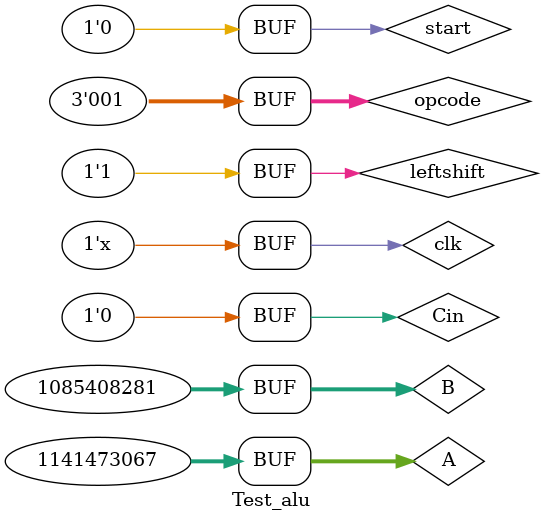
<source format=sv>
module Test_alu;
	parameter CLK_PERIOD = 2;  // 10 ns == 100 MHz
	// Inputs
    parameter WIDTH = 32;
    parameter MBITS = 23;
	reg [31:0] A;
	reg [31:0] B;
	reg Cin;
	reg [2:0] opcode; 
	// Outputs
	wire [31:0] Out;
	wire Cout;

	reg clk;
	reg clk_fast;
	reg start;
	reg busy, valid, dbz, zbz, ovf, unf;
 	reg leftshift;
	always #(CLK_PERIOD / 2) clk = ~clk;
	// Instantiate the Unit Under Test (UUT)
	FPalu uut (
		.A(A), 
		.B(B), 
		.Cin(Cin),
		.Out(Out),
		.opcode(opcode),
		.Cout(Cout),
		.unf(unf), .ovf(ovf), .zbz(zbz), .dbz(dbz), .clk(clk), .start(start), .busy(busy), .valid(valid), .clk_fast(clk_fast), .leftshift(leftshift)
	);



	initial begin
	                clk = 1;	// Initialize Inputs
	/*	A = 0;
		B = 0;
		Cin = 0;
		opcode = 0;
		//start = 1;
		// Wait 200 ns for global reset to finish
		
		leftshift = 0;
		#200;
   */
 	//	start = 0; 
   	
		A=32'b11000011101111011000000101001100;//11.375
		 B=32'b11000010101011011011110101001000;//5.56300
		 Cin = 0;
		 opcode = 3'b011;
                start = 1;
        #2     start = 0;


		 #200;
	
	
		A=32'b01000010011010110110010100011100;//11.375
		B=32'b01000001001010100001100010101010;//5.56300
		 Cin = 0;
		 opcode = 3'b011;
	start = 1;
        #2     start = 0;

		#200;

		A=32'b01000010000001001111010111000011;//11.375
			B=32'b01000010001010101100001010001111;//5.56300
		 Cin = 0;
		 opcode = 3'b001;
		leftshift = 1;

		#200
       	 A=32'b01000010001101100000000000000000;//11.375
			B=32'b11000001010011000000000000000000;//5.56300
		 Cin = 0;
		 opcode = 3'b010;
		leftshift = 0;
		 
		 #200;
       	 A=32'b11000001001101100000000000000000;//11.375
		 B=32'b01000000101100100000010000011001;//5.56300
		 Cin = 0;
		 opcode = 3'b011;
                start = 1;
        #2     start = 0;


		 #200;
       	 A=32'b01000001101111101111010111000011;//11.375
			B=32'b01000000010000000000000000000000;//5.56300
		 Cin = 0;
		 opcode = 3'b100;
		leftshift = 1;
	 	
	   	/* #200;
       	 A=32'b00111111111101010000011010010111;//11.375
		 B=32'b10111111111101001001011100000101;//5.56300

		 Cin = 0;
		 opcode = 3'b101;
*/

		

		#200;
//       	 A=32'b01000001001101100000000000000000;//11.375
			A=32'b11000011101111011000000101001100;
			B=32'b11000010101011011011110101001000;	
//			B=32'b01000000101100100000010000011001;//5.56300
		 Cin = 0;
		 opcode = 0;
		 //SUM=16.938
		 $monitor("Output:  %b ",Out);

		#200;
       	 A=32'b11000001001101100000000000000000;//11.375
		 B=32'b11000000101100100000010000011001;//5.56300
		 Cin = 0;
		 opcode = 3'b010;
		 //SUM=16.938
		 $monitor("Output:  %b ",Out); 

	 
		 //SUM=16.938
		 $monitor("Output:  %b ",Out);	

		 #200;
       	 A=32'b11000001001101100000000000000000;//11.375
		 B=32'b01000000101100100000010000011001;//5.56300
		 Cin = 0;
		 opcode = 0;
		 //SUM=16.938
		 $monitor("Output:  %b ",Out);




		#200 
		 B=32'b01000010011011111110101001111111;//59.979
		 A=32'b01000000110100000000000000000000;//6.5
		 Cin = 0;
		 opcode = 3'b001;
		 //SUM=66.479
		 $monitor("Output:  %b ",Out);
		 
		

		#200 
		 B=32'b11000010011011111110101001111111;//59.979
		 A=32'b11000000110100000000000000000000;//6.5
		 Cin = 0;
//		 opcode = 0;
		 //SUM=66.479
		 $monitor("Output:  %b ",Out);

		#200 
		 B=32'b01000010011011111110101001111111;//59.979
		 A=32'b11000000110100000000000000000000;//6.5
		 Cin = 0;
		 //SUM=66.479
		 $monitor("Output:  %b ",Out);

		#200 
		 B=32'b11000010011011111110101001111111;//59.979
		 A=32'b01000000110100000000000000000000;//6.5
		 Cin = 0;
		 //SUM=66.479
		 $monitor("Output:  %b ",Out);









		#200 
		 A=32'b01000100011110100010000000000000;//1000.5
		 B=32'b01000100011101010110100111011011;//981.654
		 Cin = 0;
		 //SUM=1982.1539
		 $monitor("Output:  %b ",Out);
		 
		 
		#200
		 A=32'b01000100000010010111111100101011;//549.987
		 B=32'b01000000101100100000010000011001;//5.563
		 Cin = 0;
		 //SUM=555.499
		 $monitor("Output:  %b ",Out);
		  
		
	end
      
endmodule

</source>
